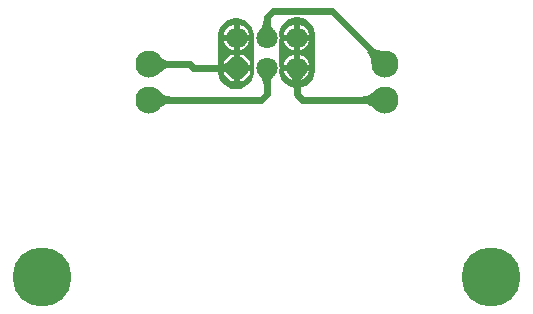
<source format=gbl>
G04*
G04 #@! TF.GenerationSoftware,Altium Limited,Altium Designer,20.1.8 (145)*
G04*
G04 Layer_Physical_Order=2*
G04 Layer_Color=16711680*
%FSTAX43Y43*%
%MOMM*%
G71*
G04*
G04 #@! TF.SameCoordinates,6FD7267E-AB92-4DD8-86E6-B6500F98B660*
G04*
G04*
G04 #@! TF.FilePolarity,Positive*
G04*
G01*
G75*
%ADD14C,0.600*%
%ADD15C,2.300*%
%ADD16C,1.800*%
%ADD17P,1.948X8X22.5*%
%ADD18C,5.000*%
G36*
X0074303Y0074575D02*
X0074313Y0074494D01*
X007433Y0074414D01*
X0074353Y0074336D01*
X0074382Y0074261D01*
X0074419Y0074187D01*
X0074462Y0074116D01*
X0074511Y0074046D01*
X0074567Y0073978D01*
X007463Y0073913D01*
X007337D01*
X0073433Y0073978D01*
X0073489Y0074046D01*
X0073538Y0074116D01*
X0073581Y0074187D01*
X0073618Y0074261D01*
X0073647Y0074336D01*
X007367Y0074414D01*
X0073687Y0074494D01*
X0073697Y0074575D01*
X00737Y0074659D01*
X00743D01*
X0074303Y0074575D01*
D02*
G37*
G36*
X0083011Y007242D02*
X0083091Y0072362D01*
X0083177Y0072311D01*
X0083271Y0072267D01*
X0083373Y007223D01*
X0083481Y00722D01*
X0083597Y0072177D01*
X008372Y0072161D01*
X0083851Y0072152D01*
X0083989Y007215D01*
X008285Y0071011D01*
X0082848Y0071149D01*
X0082839Y007128D01*
X0082823Y0071403D01*
X00828Y0071519D01*
X008277Y0071627D01*
X0082733Y0071729D01*
X0082689Y0071823D01*
X0082638Y0071909D01*
X008258Y0071989D01*
X0082515Y0072061D01*
X0082939Y0072485D01*
X0083011Y007242D01*
D02*
G37*
G36*
X006492Y0071709D02*
X0065019Y0071623D01*
X0065117Y0071547D01*
X0065215Y0071482D01*
X0065313Y0071426D01*
X0065411Y0071381D01*
X0065509Y0071345D01*
X0065606Y007132D01*
X0065703Y0071305D01*
X00658Y00713D01*
Y00707D01*
X0065703Y0070695D01*
X0065606Y007068D01*
X0065509Y0070655D01*
X0065411Y0070619D01*
X0065313Y0070574D01*
X0065215Y0070518D01*
X0065117Y0070453D01*
X0065019Y0070377D01*
X006492Y0070291D01*
X0064821Y0070195D01*
Y0071805D01*
X006492Y0071709D01*
D02*
G37*
G36*
X0074567Y0070022D02*
X0074511Y0069954D01*
X0074462Y0069884D01*
X0074419Y0069813D01*
X0074382Y0069739D01*
X0074353Y0069664D01*
X007433Y0069586D01*
X0074313Y0069506D01*
X0074303Y0069425D01*
X00743Y0069341D01*
X00737D01*
X0073697Y0069425D01*
X0073687Y0069506D01*
X007367Y0069586D01*
X0073647Y0069664D01*
X0073618Y0069739D01*
X0073581Y0069813D01*
X0073538Y0069884D01*
X0073489Y0069954D01*
X0073433Y0070022D01*
X007337Y0070087D01*
X007463D01*
X0074567Y0070022D01*
D02*
G37*
G36*
X0077018Y0074942D02*
X0077291Y0074829D01*
X0077536Y0074665D01*
X0077745Y0074456D01*
X0077909Y0074211D01*
X0078022Y0073938D01*
X007808Y0073648D01*
Y00735D01*
Y00705D01*
Y0070352D01*
X0078022Y0070062D01*
X0077909Y0069789D01*
X0077745Y0069544D01*
X0077536Y0069335D01*
X0077291Y0069171D01*
X0077018Y0069058D01*
X0076728Y0069D01*
X0076432D01*
X0076142Y0069058D01*
X0075869Y0069171D01*
X0075624Y0069335D01*
X0075415Y0069544D01*
X0075251Y0069789D01*
X0075138Y0070062D01*
X007508Y0070352D01*
Y00705D01*
Y0070506D01*
X0075109Y007073D01*
X007508Y0070954D01*
Y0073046D01*
X0075109Y007327D01*
X007508Y0073494D01*
Y00735D01*
Y0073648D01*
X0075138Y0073938D01*
X0075251Y0074211D01*
X0075415Y0074456D01*
X0075624Y0074665D01*
X0075869Y0074829D01*
X0076142Y0074942D01*
X0076432Y0075D01*
X0076728D01*
X0077018Y0074942D01*
D02*
G37*
G36*
X0071838Y0074842D02*
X0072111Y0074729D01*
X0072356Y0074565D01*
X0072565Y0074356D01*
X0072729Y0074111D01*
X0072842Y0073838D01*
X00729Y0073548D01*
Y00734D01*
Y0073342D01*
X0072891Y007327D01*
X00729Y0073198D01*
Y0070802D01*
X0072891Y007073D01*
X00729Y0070658D01*
Y00704D01*
Y0070252D01*
X0072842Y0069962D01*
X0072729Y0069689D01*
X0072565Y0069444D01*
X0072356Y0069235D01*
X0072111Y0069071D01*
X0071838Y0068958D01*
X0071548Y00689D01*
X0071252D01*
X0070962Y0068958D01*
X0070689Y0069071D01*
X0070444Y0069235D01*
X0070235Y0069444D01*
X0070071Y0069689D01*
X0069958Y0069962D01*
X00699Y0070252D01*
Y00704D01*
Y00734D01*
Y0073548D01*
X0069958Y0073838D01*
X0070071Y0074111D01*
X0070235Y0074356D01*
X0070444Y0074565D01*
X0070689Y0074729D01*
X0070962Y0074842D01*
X0071252Y00749D01*
X0071548D01*
X0071838Y0074842D01*
D02*
G37*
G36*
X0083179Y0067195D02*
X008308Y0067291D01*
X0082981Y0067377D01*
X0082883Y0067453D01*
X0082785Y0067518D01*
X0082687Y0067574D01*
X0082589Y0067619D01*
X0082491Y0067655D01*
X0082394Y006768D01*
X0082297Y0067695D01*
X00822Y00677D01*
Y00683D01*
X0082297Y0068305D01*
X0082394Y006832D01*
X0082491Y0068345D01*
X0082589Y0068381D01*
X0082687Y0068426D01*
X0082785Y0068482D01*
X0082883Y0068547D01*
X0082981Y0068623D01*
X008308Y0068709D01*
X0083179Y0068805D01*
Y0067195D01*
D02*
G37*
G36*
X006492Y0068709D02*
X0065019Y0068623D01*
X0065117Y0068547D01*
X0065215Y0068482D01*
X0065313Y0068426D01*
X0065411Y0068381D01*
X0065509Y0068345D01*
X0065606Y006832D01*
X0065703Y0068305D01*
X00658Y00683D01*
Y00677D01*
X0065703Y0067695D01*
X0065606Y006768D01*
X0065509Y0067655D01*
X0065411Y0067619D01*
X0065313Y0067574D01*
X0065215Y0067518D01*
X0065117Y0067453D01*
X0065019Y0067377D01*
X006492Y0067291D01*
X0064821Y0067195D01*
Y0068805D01*
X006492Y0068709D01*
D02*
G37*
%LPC*%
G36*
X007679Y0074347D02*
Y007352D01*
X0077617D01*
X0077612Y0073557D01*
X0077501Y0073825D01*
X0077325Y0074055D01*
X0077095Y0074231D01*
X0076827Y0074342D01*
X007679Y0074347D01*
D02*
G37*
G36*
X007629D02*
X0076253Y0074342D01*
X0075985Y0074231D01*
X0075755Y0074055D01*
X0075579Y0073825D01*
X0075468Y0073557D01*
X0075463Y007352D01*
X007629D01*
Y0074347D01*
D02*
G37*
G36*
X0077617Y007302D02*
X007679D01*
Y0072193D01*
X0076827Y0072198D01*
X0077095Y0072309D01*
X0077325Y0072485D01*
X0077501Y0072715D01*
X0077612Y0072983D01*
X0077617Y007302D01*
D02*
G37*
G36*
X007629D02*
X0075463D01*
X0075468Y0072983D01*
X0075579Y0072715D01*
X0075755Y0072485D01*
X0075985Y0072309D01*
X0076253Y0072198D01*
X007629Y0072193D01*
Y007302D01*
D02*
G37*
G36*
X007679Y0071807D02*
Y007098D01*
X0077617D01*
X0077612Y0071017D01*
X0077501Y0071285D01*
X0077325Y0071515D01*
X0077095Y0071691D01*
X0076827Y0071802D01*
X007679Y0071807D01*
D02*
G37*
G36*
X007629D02*
X0076253Y0071802D01*
X0075985Y0071691D01*
X0075755Y0071515D01*
X0075579Y0071285D01*
X0075468Y0071017D01*
X0075463Y007098D01*
X007629D01*
Y0071807D01*
D02*
G37*
G36*
X0077617Y007048D02*
X007679D01*
Y0070087D01*
X007717D01*
X0077107Y0070022D01*
X0077051Y0069954D01*
X0077002Y0069884D01*
X0076959Y0069813D01*
X0076923Y0069739D01*
X0076903Y006969D01*
X0077095Y0069769D01*
X0077325Y0069945D01*
X0077501Y0070175D01*
X0077612Y0070443D01*
X0077617Y007048D01*
D02*
G37*
G36*
X007629D02*
X0075463D01*
X0075468Y0070443D01*
X0075579Y0070175D01*
X0075755Y0069945D01*
X0075985Y0069769D01*
X0076177Y006969D01*
X0076158Y0069739D01*
X0076121Y0069813D01*
X0076078Y0069884D01*
X0076029Y0069954D01*
X0075973Y0070022D01*
X007591Y0070087D01*
X007629D01*
Y007048D01*
D02*
G37*
G36*
X007171Y0074347D02*
Y007352D01*
X0072537D01*
X0072532Y0073557D01*
X0072421Y0073825D01*
X0072245Y0074055D01*
X0072015Y0074231D01*
X0071747Y0074342D01*
X007171Y0074347D01*
D02*
G37*
G36*
X007121D02*
X0071173Y0074342D01*
X0070905Y0074231D01*
X0070675Y0074055D01*
X0070499Y0073825D01*
X0070388Y0073557D01*
X0070383Y007352D01*
X007121D01*
Y0074347D01*
D02*
G37*
G36*
X0072537Y007302D02*
X007171D01*
Y0072193D01*
X0071747Y0072198D01*
X0072015Y0072309D01*
X0072245Y0072485D01*
X0072421Y0072715D01*
X0072532Y0072983D01*
X0072537Y007302D01*
D02*
G37*
G36*
X007121D02*
X0070383D01*
X0070388Y0072983D01*
X0070499Y0072715D01*
X0070675Y0072485D01*
X0070905Y0072309D01*
X0071173Y0072198D01*
X007121Y0072193D01*
Y007302D01*
D02*
G37*
G36*
X007201Y007183D02*
X007171D01*
Y007098D01*
X007256D01*
Y007128D01*
X007201Y007183D01*
D02*
G37*
G36*
X007121D02*
X007091D01*
X007036Y007128D01*
Y0071059D01*
X0070445Y0071078D01*
X0070528Y0071104D01*
X0070596Y0071137D01*
X0070649Y0071176D01*
X0070687Y0071221D01*
X0070709Y0071271D01*
X0070717Y0071328D01*
Y007098D01*
X007121D01*
Y007183D01*
D02*
G37*
G36*
Y007048D02*
X0070717D01*
Y0070132D01*
X0070709Y0070189D01*
X0070687Y0070239D01*
X0070649Y0070284D01*
X0070596Y0070323D01*
X0070528Y0070356D01*
X0070445Y0070382D01*
X007036Y0070401D01*
Y007018D01*
X007091Y006963D01*
X007121D01*
Y007048D01*
D02*
G37*
G36*
X007256D02*
X007171D01*
Y006963D01*
X007201D01*
X007256Y007018D01*
Y007048D01*
D02*
G37*
%LPD*%
D14*
X00795Y00755D02*
X0084Y0071D01*
X00745Y00755D02*
X00795D01*
X0074Y0075D02*
X00745Y00755D01*
X0074Y007327D02*
Y0075D01*
X0064Y0071D02*
X00675D01*
X006777Y007073D02*
X007146D01*
X00675Y0071D02*
X006777Y007073D01*
X0077Y0068D02*
X0084D01*
X007654Y006846D02*
Y007073D01*
Y006846D02*
X0077Y0068D01*
X0074Y00685D02*
Y007073D01*
X0064Y0068D02*
X00735D01*
X0074Y00685D01*
D15*
X0084Y0071D02*
D03*
Y0068D02*
D03*
X0064D02*
D03*
Y0071D02*
D03*
D16*
X007146Y007327D02*
D03*
X007654D02*
D03*
X0074D02*
D03*
Y007073D02*
D03*
X007654D02*
D03*
D17*
X007146D02*
D03*
D18*
X0055Y0053D02*
D03*
X0093D02*
D03*
M02*

</source>
